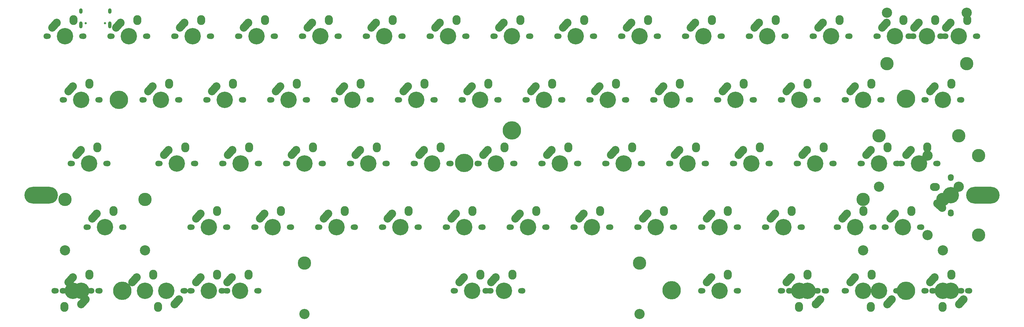
<source format=gbr>
G04 #@! TF.GenerationSoftware,KiCad,Pcbnew,(6.0.4)*
G04 #@! TF.CreationDate,2022-04-01T19:19:07+02:00*
G04 #@! TF.ProjectId,pcb,7063622e-6b69-4636-9164-5f7063625858,rev?*
G04 #@! TF.SameCoordinates,Original*
G04 #@! TF.FileFunction,Soldermask,Top*
G04 #@! TF.FilePolarity,Negative*
%FSLAX46Y46*%
G04 Gerber Fmt 4.6, Leading zero omitted, Abs format (unit mm)*
G04 Created by KiCad (PCBNEW (6.0.4)) date 2022-04-01 19:19:07*
%MOMM*%
%LPD*%
G01*
G04 APERTURE LIST*
G04 Aperture macros list*
%AMHorizOval*
0 Thick line with rounded ends*
0 $1 width*
0 $2 $3 position (X,Y) of the first rounded end (center of the circle)*
0 $4 $5 position (X,Y) of the second rounded end (center of the circle)*
0 Add line between two ends*
20,1,$1,$2,$3,$4,$5,0*
0 Add two circle primitives to create the rounded ends*
1,1,$1,$2,$3*
1,1,$1,$4,$5*%
G04 Aperture macros list end*
%ADD10O,10.000000X5.000000*%
%ADD11C,5.500000*%
%ADD12C,1.700000*%
%ADD13C,1.800000*%
%ADD14C,4.900000*%
%ADD15C,2.400000*%
%ADD16HorizOval,2.400000X-0.669131X-0.743145X0.669131X0.743145X0*%
%ADD17O,2.400000X2.950000*%
%ADD18C,3.048000*%
%ADD19C,3.987800*%
%ADD20HorizOval,2.400000X0.669131X0.743145X-0.669131X-0.743145X0*%
%ADD21HorizOval,2.400000X-0.743145X0.669131X0.743145X-0.669131X0*%
%ADD22O,2.950000X2.400000*%
%ADD23C,0.650000*%
%ADD24O,1.000000X2.100000*%
%ADD25O,1.000000X1.600000*%
G04 APERTURE END LIST*
D10*
X2381252Y-57125000D03*
X283368988Y-57125000D03*
D11*
X26625000Y-85725072D03*
X142875000Y-37750000D03*
X260430000Y-85725072D03*
X260425000Y-28227050D03*
X25600000Y-28575024D03*
X128587608Y-47425040D03*
X190500160Y-85525000D03*
D12*
X128270000Y-28575000D03*
D13*
X138850000Y-28575000D03*
D12*
X138430000Y-28575000D03*
D13*
X127850000Y-28575000D03*
D14*
X133350000Y-28575000D03*
D15*
X130850000Y-24575000D03*
D16*
X130219131Y-25281855D03*
D17*
X135850000Y-23775000D03*
D12*
X147955000Y-9525000D03*
D13*
X137375000Y-9525000D03*
D12*
X137795000Y-9525000D03*
D13*
X148375000Y-9525000D03*
D14*
X142875000Y-9525000D03*
D15*
X140375000Y-5525000D03*
D16*
X139744131Y-6231855D03*
D17*
X145375000Y-4725000D03*
D18*
X266858750Y-69056250D03*
X266858750Y-45243750D03*
D19*
X282098750Y-45243750D03*
X282098750Y-69056250D03*
D14*
X61912500Y-47625000D03*
D13*
X56412500Y-47625000D03*
D12*
X56832500Y-47625000D03*
X66992500Y-47625000D03*
D13*
X67412500Y-47625000D03*
D15*
X59412500Y-43625000D03*
D16*
X58781631Y-44331855D03*
D17*
X64412500Y-42825000D03*
D13*
X279343750Y-85725000D03*
X268343750Y-85725000D03*
D12*
X278923750Y-85725000D03*
D14*
X273843750Y-85725000D03*
D12*
X268763750Y-85725000D03*
D15*
X276343750Y-89725000D03*
D20*
X276974619Y-89018145D03*
D17*
X271343750Y-90525000D03*
D13*
X236550000Y-85725000D03*
D12*
X236130000Y-85725000D03*
X225970000Y-85725000D03*
D14*
X231050000Y-85725000D03*
D13*
X225550000Y-85725000D03*
D20*
X234180869Y-89018145D03*
D15*
X233550000Y-89725000D03*
D17*
X228550000Y-90525000D03*
D12*
X209232500Y-47625000D03*
X219392500Y-47625000D03*
D13*
X219812500Y-47625000D03*
D14*
X214312500Y-47625000D03*
D13*
X208812500Y-47625000D03*
D15*
X211812500Y-43625000D03*
D16*
X211181631Y-44331855D03*
D17*
X216812500Y-42825000D03*
D12*
X16351250Y-66675000D03*
D13*
X15931250Y-66675000D03*
D14*
X21431250Y-66675000D03*
D12*
X26511250Y-66675000D03*
D13*
X26931250Y-66675000D03*
D16*
X18300381Y-63381855D03*
D15*
X18931250Y-62675000D03*
D17*
X23931250Y-61875000D03*
D13*
X242160000Y-85690000D03*
D12*
X252740000Y-85690000D03*
X242580000Y-85690000D03*
D14*
X247660000Y-85690000D03*
D13*
X253160000Y-85690000D03*
D15*
X245160000Y-81690000D03*
D16*
X244529131Y-82396855D03*
D17*
X250160000Y-80890000D03*
D14*
X233362500Y-47625000D03*
D13*
X227862500Y-47625000D03*
D12*
X238442500Y-47625000D03*
X228282500Y-47625000D03*
D13*
X238862500Y-47625000D03*
D16*
X230231631Y-44331855D03*
D15*
X230862500Y-43625000D03*
D17*
X235862500Y-42825000D03*
D13*
X180237500Y-66675000D03*
D14*
X185737500Y-66675000D03*
D13*
X191237500Y-66675000D03*
D12*
X180657500Y-66675000D03*
X190817500Y-66675000D03*
D16*
X182606631Y-63381855D03*
D15*
X183237500Y-62675000D03*
D17*
X188237500Y-61875000D03*
D13*
X246912500Y-47625000D03*
X257912500Y-47625000D03*
D14*
X252412500Y-47625000D03*
D12*
X257492500Y-47625000D03*
X247332500Y-47625000D03*
D16*
X249281631Y-44331855D03*
D15*
X249912500Y-43625000D03*
D17*
X254912500Y-42825000D03*
D12*
X104457500Y-66675000D03*
D13*
X104037500Y-66675000D03*
D12*
X114617500Y-66675000D03*
D14*
X109537500Y-66675000D03*
D13*
X115037500Y-66675000D03*
D15*
X107037500Y-62675000D03*
D16*
X106406631Y-63381855D03*
D17*
X112037500Y-61875000D03*
D18*
X254793750Y-2540000D03*
X278606250Y-2540000D03*
D19*
X278606250Y-17780000D03*
X254793750Y-17780000D03*
D14*
X252412500Y-85725000D03*
D13*
X257912500Y-85725000D03*
D12*
X257492500Y-85725000D03*
D13*
X246912500Y-85725000D03*
D12*
X247332500Y-85725000D03*
D20*
X255543369Y-89018145D03*
D15*
X254912500Y-89725000D03*
D17*
X249912500Y-90525000D03*
D12*
X190182500Y-47625000D03*
D13*
X189762500Y-47625000D03*
D14*
X195262500Y-47625000D03*
D13*
X200762500Y-47625000D03*
D12*
X200342500Y-47625000D03*
D15*
X192762500Y-43625000D03*
D16*
X192131631Y-44331855D03*
D17*
X197762500Y-42825000D03*
D13*
X270725000Y-9525000D03*
X281725000Y-9525000D03*
D12*
X271145000Y-9525000D03*
D14*
X276225000Y-9525000D03*
D12*
X281305000Y-9525000D03*
D15*
X273725000Y-5525000D03*
D16*
X273094131Y-6231855D03*
D17*
X278725000Y-4725000D03*
D12*
X252730000Y-28575000D03*
D13*
X253150000Y-28575000D03*
D14*
X247650000Y-28575000D03*
D13*
X242150000Y-28575000D03*
D12*
X242570000Y-28575000D03*
D16*
X244519131Y-25281855D03*
D15*
X245150000Y-24575000D03*
D17*
X250150000Y-23775000D03*
D13*
X123087500Y-66675000D03*
D14*
X128587500Y-66675000D03*
D12*
X133667500Y-66675000D03*
D13*
X134087500Y-66675000D03*
D12*
X123507500Y-66675000D03*
D15*
X126087500Y-62675000D03*
D16*
X125456631Y-63381855D03*
D17*
X131087500Y-61875000D03*
D12*
X233680000Y-85725000D03*
D13*
X223100000Y-85725000D03*
X234100000Y-85725000D03*
D12*
X223520000Y-85725000D03*
D14*
X228600000Y-85725000D03*
D16*
X225469131Y-82431855D03*
D15*
X226100000Y-81725000D03*
D17*
X231100000Y-80925000D03*
D13*
X113562500Y-47625000D03*
D12*
X124142500Y-47625000D03*
D14*
X119062500Y-47625000D03*
D13*
X124562500Y-47625000D03*
D12*
X113982500Y-47625000D03*
D15*
X116562500Y-43625000D03*
D16*
X115931631Y-44331855D03*
D17*
X121562500Y-42825000D03*
D13*
X213575000Y-9525000D03*
D12*
X213995000Y-9525000D03*
X224155000Y-9525000D03*
D14*
X219075000Y-9525000D03*
D13*
X224575000Y-9525000D03*
D15*
X216575000Y-5525000D03*
D16*
X215944131Y-6231855D03*
D17*
X221575000Y-4725000D03*
D13*
X11168750Y-47625000D03*
X22168750Y-47625000D03*
D14*
X16668750Y-47625000D03*
D12*
X21748750Y-47625000D03*
X11588750Y-47625000D03*
D15*
X14168750Y-43625000D03*
D16*
X13537881Y-44331855D03*
D17*
X19168750Y-42825000D03*
D12*
X66357500Y-66675000D03*
D14*
X71437500Y-66675000D03*
D12*
X76517500Y-66675000D03*
D13*
X65937500Y-66675000D03*
X76937500Y-66675000D03*
D15*
X68937500Y-62675000D03*
D16*
X68306631Y-63381855D03*
D17*
X73937500Y-61875000D03*
D13*
X151662500Y-47625000D03*
D12*
X152082500Y-47625000D03*
D13*
X162662500Y-47625000D03*
D14*
X157162500Y-47625000D03*
D12*
X162242500Y-47625000D03*
D15*
X154662500Y-43625000D03*
D16*
X154031631Y-44331855D03*
D17*
X159662500Y-42825000D03*
D14*
X33337500Y-85725000D03*
D12*
X28257500Y-85725000D03*
X38417500Y-85725000D03*
D13*
X27837500Y-85725000D03*
X38837500Y-85725000D03*
D15*
X30837500Y-81725000D03*
D16*
X30206631Y-82431855D03*
D17*
X35837500Y-80925000D03*
D14*
X245268750Y-66675000D03*
D13*
X239768750Y-66675000D03*
D12*
X250348750Y-66675000D03*
X240188750Y-66675000D03*
D13*
X250768750Y-66675000D03*
D15*
X242768750Y-62675000D03*
D16*
X242137881Y-63381855D03*
D17*
X247768750Y-61875000D03*
D12*
X81280000Y-28575000D03*
D14*
X76200000Y-28575000D03*
D13*
X81700000Y-28575000D03*
D12*
X71120000Y-28575000D03*
D13*
X70700000Y-28575000D03*
D16*
X73069131Y-25281855D03*
D15*
X73700000Y-24575000D03*
D17*
X78700000Y-23775000D03*
D14*
X271462500Y-85725000D03*
D12*
X276542500Y-85725000D03*
X266382500Y-85725000D03*
D13*
X276962500Y-85725000D03*
X265962500Y-85725000D03*
D16*
X268331631Y-82431855D03*
D15*
X268962500Y-81725000D03*
D17*
X273962500Y-80925000D03*
D14*
X259556250Y-66675000D03*
D13*
X254056250Y-66675000D03*
D12*
X264636250Y-66675000D03*
X254476250Y-66675000D03*
D13*
X265056250Y-66675000D03*
D15*
X257056250Y-62675000D03*
D16*
X256425381Y-63381855D03*
D17*
X262056250Y-61875000D03*
D13*
X276962500Y-28575000D03*
X265962500Y-28575000D03*
D12*
X266382500Y-28575000D03*
D14*
X271462500Y-28575000D03*
D12*
X276542500Y-28575000D03*
D16*
X268331631Y-25281855D03*
D15*
X268962500Y-24575000D03*
D17*
X273962500Y-23775000D03*
D13*
X234100000Y-28575000D03*
X223100000Y-28575000D03*
D12*
X223520000Y-28575000D03*
X233680000Y-28575000D03*
D14*
X228600000Y-28575000D03*
D16*
X225469131Y-25281855D03*
D15*
X226100000Y-24575000D03*
D17*
X231100000Y-23775000D03*
D19*
X252412500Y-39370000D03*
X276225000Y-39370000D03*
D18*
X276225000Y-54610000D03*
X252412500Y-54610000D03*
D13*
X23075000Y-9525000D03*
D14*
X28575000Y-9525000D03*
D12*
X33655000Y-9525000D03*
D13*
X34075000Y-9525000D03*
D12*
X23495000Y-9525000D03*
D15*
X26075000Y-5525000D03*
D16*
X25444131Y-6231855D03*
D17*
X31075000Y-4725000D03*
D14*
X204787500Y-66675000D03*
D13*
X210287500Y-66675000D03*
D12*
X209867500Y-66675000D03*
D13*
X199287500Y-66675000D03*
D12*
X199707500Y-66675000D03*
D15*
X202287500Y-62675000D03*
D16*
X201656631Y-63381855D03*
D17*
X207287500Y-61875000D03*
D13*
X258818750Y-47625000D03*
D12*
X259238750Y-47625000D03*
X269398750Y-47625000D03*
D13*
X269818750Y-47625000D03*
D14*
X264318750Y-47625000D03*
D15*
X261818750Y-43625000D03*
D16*
X261187881Y-44331855D03*
D17*
X266818750Y-42825000D03*
D13*
X89750000Y-28575000D03*
X100750000Y-28575000D03*
D12*
X90170000Y-28575000D03*
X100330000Y-28575000D03*
D14*
X95250000Y-28575000D03*
D15*
X92750000Y-24575000D03*
D16*
X92119131Y-25281855D03*
D17*
X97750000Y-23775000D03*
D13*
X125468750Y-85725000D03*
D12*
X125888750Y-85725000D03*
D14*
X130968750Y-85725000D03*
D13*
X136468750Y-85725000D03*
D12*
X136048750Y-85725000D03*
D16*
X127837881Y-82431855D03*
D15*
X128468750Y-81725000D03*
D17*
X133468750Y-80925000D03*
D13*
X51650000Y-28575000D03*
X62650000Y-28575000D03*
D12*
X52070000Y-28575000D03*
D14*
X57150000Y-28575000D03*
D12*
X62230000Y-28575000D03*
D16*
X54019131Y-25281855D03*
D15*
X54650000Y-24575000D03*
D17*
X59650000Y-23775000D03*
D12*
X16917500Y-85725000D03*
D13*
X17337500Y-85725000D03*
X6337500Y-85725000D03*
D14*
X11837500Y-85725000D03*
D12*
X6757500Y-85725000D03*
D20*
X14968369Y-89018145D03*
D15*
X14337500Y-89725000D03*
D17*
X9337500Y-90525000D03*
D14*
X100012500Y-47625000D03*
D12*
X94932500Y-47625000D03*
X105092500Y-47625000D03*
D13*
X94512500Y-47625000D03*
X105512500Y-47625000D03*
D15*
X97512500Y-43625000D03*
D16*
X96881631Y-44331855D03*
D17*
X102512500Y-42825000D03*
D13*
X181712500Y-47625000D03*
X170712500Y-47625000D03*
D14*
X176212500Y-47625000D03*
D12*
X171132500Y-47625000D03*
X181292500Y-47625000D03*
D16*
X173081631Y-44331855D03*
D15*
X173712500Y-43625000D03*
D17*
X178712500Y-42825000D03*
D12*
X142557500Y-66675000D03*
D13*
X142137500Y-66675000D03*
D12*
X152717500Y-66675000D03*
D13*
X153137500Y-66675000D03*
D14*
X147637500Y-66675000D03*
D16*
X144506631Y-63381855D03*
D15*
X145137500Y-62675000D03*
D17*
X150137500Y-61875000D03*
D12*
X90805000Y-9525000D03*
D13*
X80225000Y-9525000D03*
D12*
X80645000Y-9525000D03*
D14*
X85725000Y-9525000D03*
D13*
X91225000Y-9525000D03*
D15*
X83225000Y-5525000D03*
D16*
X82594131Y-6231855D03*
D17*
X88225000Y-4725000D03*
D12*
X133032500Y-47625000D03*
D13*
X143612500Y-47625000D03*
D14*
X138112500Y-47625000D03*
D12*
X143192500Y-47625000D03*
D13*
X132612500Y-47625000D03*
D16*
X134981631Y-44331855D03*
D15*
X135612500Y-43625000D03*
D17*
X140612500Y-42825000D03*
D12*
X171767500Y-66675000D03*
D13*
X172187500Y-66675000D03*
X161187500Y-66675000D03*
D14*
X166687500Y-66675000D03*
D12*
X161607500Y-66675000D03*
D16*
X163556631Y-63381855D03*
D15*
X164187500Y-62675000D03*
D17*
X169187500Y-61875000D03*
D12*
X195580000Y-28575000D03*
D13*
X196000000Y-28575000D03*
D12*
X185420000Y-28575000D03*
D13*
X185000000Y-28575000D03*
D14*
X190500000Y-28575000D03*
D16*
X187369131Y-25281855D03*
D15*
X188000000Y-24575000D03*
D17*
X193000000Y-23775000D03*
D12*
X37782500Y-47625000D03*
D13*
X48362500Y-47625000D03*
D14*
X42862500Y-47625000D03*
D12*
X47942500Y-47625000D03*
D13*
X37362500Y-47625000D03*
D16*
X39731631Y-44331855D03*
D15*
X40362500Y-43625000D03*
D17*
X45362500Y-42825000D03*
D13*
X75462500Y-47625000D03*
D14*
X80962500Y-47625000D03*
D12*
X75882500Y-47625000D03*
X86042500Y-47625000D03*
D13*
X86462500Y-47625000D03*
D15*
X78462500Y-43625000D03*
D16*
X77831631Y-44331855D03*
D17*
X83462500Y-42825000D03*
D12*
X205105000Y-9525000D03*
X194945000Y-9525000D03*
D13*
X205525000Y-9525000D03*
X194525000Y-9525000D03*
D14*
X200025000Y-9525000D03*
D16*
X196894131Y-6231855D03*
D15*
X197525000Y-5525000D03*
D17*
X202525000Y-4725000D03*
D12*
X186055000Y-9525000D03*
D13*
X186475000Y-9525000D03*
X175475000Y-9525000D03*
D12*
X175895000Y-9525000D03*
D14*
X180975000Y-9525000D03*
D15*
X178475000Y-5525000D03*
D16*
X177844131Y-6231855D03*
D17*
X183475000Y-4725000D03*
D14*
X266700000Y-9525000D03*
D12*
X261620000Y-9525000D03*
D13*
X261200000Y-9525000D03*
X272200000Y-9525000D03*
D12*
X271780000Y-9525000D03*
D15*
X264200000Y-5525000D03*
D16*
X263569131Y-6231855D03*
D17*
X269200000Y-4725000D03*
D12*
X61595000Y-9525000D03*
D13*
X61175000Y-9525000D03*
D14*
X66675000Y-9525000D03*
D13*
X72175000Y-9525000D03*
D12*
X71755000Y-9525000D03*
D15*
X64175000Y-5525000D03*
D16*
X63544131Y-6231855D03*
D17*
X69175000Y-4725000D03*
D13*
X84987500Y-66675000D03*
D14*
X90487500Y-66675000D03*
D13*
X95987500Y-66675000D03*
D12*
X85407500Y-66675000D03*
X95567500Y-66675000D03*
D15*
X87987500Y-62675000D03*
D16*
X87356631Y-63381855D03*
D17*
X92987500Y-61875000D03*
D13*
X34237500Y-85725000D03*
X45237500Y-85725000D03*
D12*
X44817500Y-85725000D03*
X34657500Y-85725000D03*
D14*
X39737500Y-85725000D03*
D20*
X42868369Y-89018145D03*
D15*
X42237500Y-89725000D03*
D17*
X37237500Y-90525000D03*
D12*
X252095000Y-9525000D03*
D13*
X262675000Y-9525000D03*
D12*
X262255000Y-9525000D03*
D13*
X251675000Y-9525000D03*
D14*
X257175000Y-9525000D03*
D15*
X254675000Y-5525000D03*
D16*
X254044131Y-6231855D03*
D17*
X259675000Y-4725000D03*
D13*
X176950000Y-28575000D03*
D14*
X171450000Y-28575000D03*
D13*
X165950000Y-28575000D03*
D12*
X176530000Y-28575000D03*
X166370000Y-28575000D03*
D15*
X168950000Y-24575000D03*
D16*
X168319131Y-25281855D03*
D17*
X173950000Y-23775000D03*
D14*
X140493750Y-85725000D03*
D13*
X134993750Y-85725000D03*
D12*
X145573750Y-85725000D03*
X135413750Y-85725000D03*
D13*
X145993750Y-85725000D03*
D16*
X137362881Y-82431855D03*
D15*
X137993750Y-81725000D03*
D17*
X142993750Y-80925000D03*
D13*
X210287500Y-85725000D03*
X199287500Y-85725000D03*
D12*
X199707500Y-85725000D03*
X209867500Y-85725000D03*
D14*
X204787500Y-85725000D03*
D15*
X202287500Y-81725000D03*
D16*
X201656631Y-82431855D03*
D17*
X207287500Y-80925000D03*
D12*
X47307500Y-85725000D03*
D13*
X46887500Y-85725000D03*
X57887500Y-85725000D03*
D14*
X52387500Y-85725000D03*
D12*
X57467500Y-85725000D03*
D16*
X49256631Y-82431855D03*
D15*
X49887500Y-81725000D03*
D17*
X54887500Y-80925000D03*
D18*
X247650000Y-73660000D03*
D19*
X271462500Y-58420000D03*
X247650000Y-58420000D03*
D18*
X271462500Y-73660000D03*
D14*
X273843750Y-57150000D03*
D12*
X273843750Y-62230000D03*
X273843750Y-52070000D03*
D13*
X273843750Y-51650000D03*
X273843750Y-62650000D03*
D15*
X269843750Y-59650000D03*
D21*
X270550605Y-60280869D03*
D22*
X269043750Y-54650000D03*
D13*
X119800000Y-28575000D03*
D12*
X119380000Y-28575000D03*
X109220000Y-28575000D03*
D14*
X114300000Y-28575000D03*
D13*
X108800000Y-28575000D03*
D15*
X111800000Y-24575000D03*
D16*
X111169131Y-25281855D03*
D17*
X116800000Y-23775000D03*
D12*
X109855000Y-9525000D03*
X99695000Y-9525000D03*
D13*
X99275000Y-9525000D03*
D14*
X104775000Y-9525000D03*
D13*
X110275000Y-9525000D03*
D15*
X102275000Y-5525000D03*
D16*
X101644131Y-6231855D03*
D17*
X107275000Y-4725000D03*
D14*
X38100000Y-28575000D03*
D13*
X43600000Y-28575000D03*
D12*
X33020000Y-28575000D03*
D13*
X32600000Y-28575000D03*
D12*
X43180000Y-28575000D03*
D16*
X34969131Y-25281855D03*
D15*
X35600000Y-24575000D03*
D17*
X40600000Y-23775000D03*
D14*
X123825000Y-9525000D03*
D12*
X118745000Y-9525000D03*
D13*
X129325000Y-9525000D03*
X118325000Y-9525000D03*
D12*
X128905000Y-9525000D03*
D16*
X120694131Y-6231855D03*
D15*
X121325000Y-5525000D03*
D17*
X126325000Y-4725000D03*
D13*
X204050000Y-28575000D03*
D12*
X204470000Y-28575000D03*
D14*
X209550000Y-28575000D03*
D13*
X215050000Y-28575000D03*
D12*
X214630000Y-28575000D03*
D15*
X207050000Y-24575000D03*
D16*
X206419131Y-25281855D03*
D17*
X212050000Y-23775000D03*
D19*
X180975000Y-77470000D03*
D18*
X80962500Y-92710000D03*
X180975000Y-92710000D03*
D19*
X80962500Y-77470000D03*
D12*
X52705000Y-9525000D03*
D13*
X53125000Y-9525000D03*
D14*
X47625000Y-9525000D03*
D12*
X42545000Y-9525000D03*
D13*
X42125000Y-9525000D03*
D15*
X45125000Y-5525000D03*
D16*
X44494131Y-6231855D03*
D17*
X50125000Y-4725000D03*
D12*
X9207500Y-28575000D03*
X19367500Y-28575000D03*
D13*
X19787500Y-28575000D03*
X8787500Y-28575000D03*
D14*
X14287500Y-28575000D03*
D16*
X11156631Y-25281855D03*
D15*
X11787500Y-24575000D03*
D17*
X16787500Y-23775000D03*
D13*
X4025000Y-9525000D03*
D12*
X14605000Y-9525000D03*
D14*
X9525000Y-9525000D03*
D12*
X4445000Y-9525000D03*
D13*
X15025000Y-9525000D03*
D16*
X6394131Y-6231855D03*
D15*
X7025000Y-5525000D03*
D17*
X12025000Y-4725000D03*
D18*
X9525000Y-73660000D03*
D19*
X33337500Y-58420000D03*
X9525000Y-58420000D03*
D18*
X33337500Y-73660000D03*
D13*
X167425000Y-9525000D03*
D12*
X156845000Y-9525000D03*
D14*
X161925000Y-9525000D03*
D13*
X156425000Y-9525000D03*
D12*
X167005000Y-9525000D03*
D15*
X159425000Y-5525000D03*
D16*
X158794131Y-6231855D03*
D17*
X164425000Y-4725000D03*
D12*
X218757500Y-66675000D03*
X228917500Y-66675000D03*
D13*
X229337500Y-66675000D03*
X218337500Y-66675000D03*
D14*
X223837500Y-66675000D03*
D16*
X220706631Y-63381855D03*
D15*
X221337500Y-62675000D03*
D17*
X226337500Y-61875000D03*
D13*
X243625000Y-9525000D03*
X232625000Y-9525000D03*
D14*
X238125000Y-9525000D03*
D12*
X233045000Y-9525000D03*
X243205000Y-9525000D03*
D16*
X234994131Y-6231855D03*
D15*
X235625000Y-5525000D03*
D17*
X240625000Y-4725000D03*
D12*
X157480000Y-28575000D03*
X147320000Y-28575000D03*
D13*
X157900000Y-28575000D03*
X146900000Y-28575000D03*
D14*
X152400000Y-28575000D03*
D16*
X149269131Y-25281855D03*
D15*
X149900000Y-24575000D03*
D17*
X154900000Y-23775000D03*
D13*
X67250000Y-85725000D03*
D14*
X61750000Y-85725000D03*
D12*
X66830000Y-85725000D03*
D13*
X56250000Y-85725000D03*
D12*
X56670000Y-85725000D03*
D15*
X59250000Y-81725000D03*
D16*
X58619131Y-82431855D03*
D17*
X64250000Y-80925000D03*
D12*
X19367500Y-85725000D03*
X9207500Y-85725000D03*
D14*
X14287500Y-85725000D03*
D13*
X8787500Y-85725000D03*
X19787500Y-85725000D03*
D15*
X11787500Y-81725000D03*
D16*
X11156631Y-82431855D03*
D17*
X16787500Y-80925000D03*
D12*
X47307500Y-66675000D03*
D14*
X52387500Y-66675000D03*
D13*
X46887500Y-66675000D03*
X57887500Y-66675000D03*
D12*
X57467500Y-66675000D03*
D16*
X49256631Y-63381855D03*
D15*
X49887500Y-62675000D03*
D17*
X54887500Y-61875000D03*
D23*
X21455000Y-5635000D03*
X15675000Y-5635000D03*
D24*
X22885000Y-6165000D03*
D25*
X22885000Y-1985000D03*
X14245000Y-1985000D03*
D24*
X14245000Y-6165000D03*
M02*

</source>
